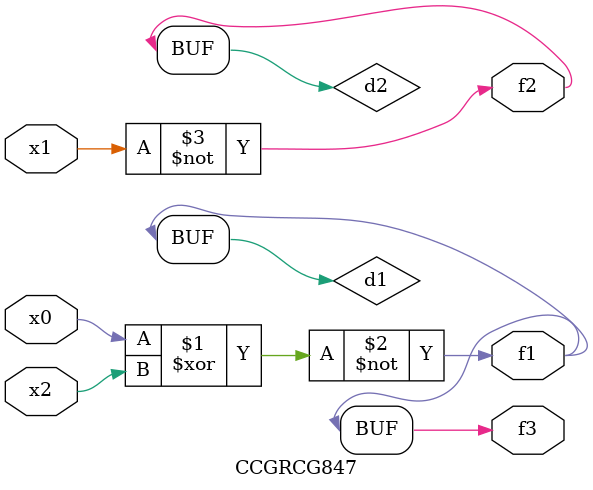
<source format=v>
module CCGRCG847(
	input x0, x1, x2,
	output f1, f2, f3
);

	wire d1, d2, d3;

	xnor (d1, x0, x2);
	nand (d2, x1);
	nor (d3, x1, x2);
	assign f1 = d1;
	assign f2 = d2;
	assign f3 = d1;
endmodule

</source>
